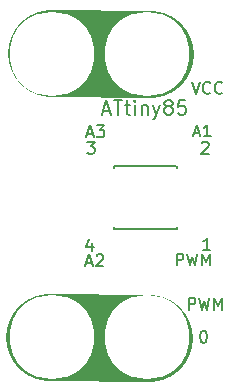
<source format=gto>
%TF.GenerationSoftware,KiCad,Pcbnew,4.0.5-e0-6337~49~ubuntu16.04.1*%
%TF.CreationDate,2017-05-28T07:05:38-07:00*%
%TF.ProjectId,3x4-ATtiny85-8SOIC-Breakout,3378342D415474696E7938352D38534F,v1.1*%
%TF.FileFunction,Legend,Top*%
%FSLAX46Y46*%
G04 Gerber Fmt 4.6, Leading zero omitted, Abs format (unit mm)*
G04 Created by KiCad (PCBNEW 4.0.5-e0-6337~49~ubuntu16.04.1) date Sun May 28 07:05:38 2017*
%MOMM*%
%LPD*%
G01*
G04 APERTURE LIST*
%ADD10C,0.350000*%
%ADD11C,0.406400*%
%ADD12C,0.150000*%
%ADD13C,7.400000*%
%ADD14C,0.200000*%
%ADD15C,1.000000*%
%ADD16C,7.152400*%
%ADD17R,1.702400X0.752400*%
G04 APERTURE END LIST*
D10*
D11*
X5183600Y-65144920D02*
X13433600Y-65144920D01*
D12*
X10390600Y-50636220D02*
X10390600Y-50781220D01*
X15750000Y-50636220D02*
X15750000Y-50781220D01*
X10407600Y-50631920D02*
X15707600Y-50631920D01*
X10433698Y-55957548D02*
X10433698Y-55812548D01*
X15793098Y-55957548D02*
X15793098Y-55812548D01*
X15776098Y-55961848D02*
X10476098Y-55961848D01*
D13*
X4929600Y-65144920D02*
X13362400Y-65195720D01*
X5056600Y-41078420D02*
X13489400Y-41129220D01*
D14*
X9492514Y-45939320D02*
X10063943Y-45939320D01*
X9378229Y-46282177D02*
X9778229Y-45082177D01*
X10178229Y-46282177D01*
X10406800Y-45082177D02*
X11092514Y-45082177D01*
X10749657Y-46282177D02*
X10749657Y-45082177D01*
X11321086Y-45482177D02*
X11778229Y-45482177D01*
X11492514Y-45082177D02*
X11492514Y-46110749D01*
X11549657Y-46225034D01*
X11663943Y-46282177D01*
X11778229Y-46282177D01*
X12178228Y-46282177D02*
X12178228Y-45482177D01*
X12178228Y-45082177D02*
X12121085Y-45139320D01*
X12178228Y-45196463D01*
X12235371Y-45139320D01*
X12178228Y-45082177D01*
X12178228Y-45196463D01*
X12749657Y-45482177D02*
X12749657Y-46282177D01*
X12749657Y-45596463D02*
X12806800Y-45539320D01*
X12921086Y-45482177D01*
X13092514Y-45482177D01*
X13206800Y-45539320D01*
X13263943Y-45653606D01*
X13263943Y-46282177D01*
X13721086Y-45482177D02*
X14006800Y-46282177D01*
X14292514Y-45482177D02*
X14006800Y-46282177D01*
X13892514Y-46567891D01*
X13835371Y-46625034D01*
X13721086Y-46682177D01*
X14921086Y-45596463D02*
X14806800Y-45539320D01*
X14749657Y-45482177D01*
X14692514Y-45367891D01*
X14692514Y-45310749D01*
X14749657Y-45196463D01*
X14806800Y-45139320D01*
X14921086Y-45082177D01*
X15149657Y-45082177D01*
X15263943Y-45139320D01*
X15321086Y-45196463D01*
X15378229Y-45310749D01*
X15378229Y-45367891D01*
X15321086Y-45482177D01*
X15263943Y-45539320D01*
X15149657Y-45596463D01*
X14921086Y-45596463D01*
X14806800Y-45653606D01*
X14749657Y-45710749D01*
X14692514Y-45825034D01*
X14692514Y-46053606D01*
X14749657Y-46167891D01*
X14806800Y-46225034D01*
X14921086Y-46282177D01*
X15149657Y-46282177D01*
X15263943Y-46225034D01*
X15321086Y-46167891D01*
X15378229Y-46053606D01*
X15378229Y-45825034D01*
X15321086Y-45710749D01*
X15263943Y-45653606D01*
X15149657Y-45596463D01*
X16463943Y-45082177D02*
X15892514Y-45082177D01*
X15835371Y-45653606D01*
X15892514Y-45596463D01*
X16006800Y-45539320D01*
X16292514Y-45539320D01*
X16406800Y-45596463D01*
X16463943Y-45653606D01*
X16521086Y-45767891D01*
X16521086Y-46053606D01*
X16463943Y-46167891D01*
X16406800Y-46225034D01*
X16292514Y-46282177D01*
X16006800Y-46282177D01*
X15892514Y-46225034D01*
X15835371Y-46167891D01*
D12*
X17851886Y-48690539D02*
X17899505Y-48642920D01*
X17994743Y-48595301D01*
X18232839Y-48595301D01*
X18328077Y-48642920D01*
X18375696Y-48690539D01*
X18423315Y-48785777D01*
X18423315Y-48881015D01*
X18375696Y-49023872D01*
X17804267Y-49595301D01*
X18423315Y-49595301D01*
X18550315Y-57723301D02*
X17978886Y-57723301D01*
X18264600Y-57723301D02*
X18264600Y-56723301D01*
X18169362Y-56866158D01*
X18074124Y-56961396D01*
X17978886Y-57009015D01*
X17962981Y-64597301D02*
X18058220Y-64597301D01*
X18153458Y-64644920D01*
X18201077Y-64692539D01*
X18248696Y-64787777D01*
X18296315Y-64978253D01*
X18296315Y-65216349D01*
X18248696Y-65406825D01*
X18201077Y-65502063D01*
X18153458Y-65549682D01*
X18058220Y-65597301D01*
X17962981Y-65597301D01*
X17867743Y-65549682D01*
X17820124Y-65502063D01*
X17772505Y-65406825D01*
X17724886Y-65216349D01*
X17724886Y-64978253D01*
X17772505Y-64787777D01*
X17820124Y-64692539D01*
X17867743Y-64644920D01*
X17962981Y-64597301D01*
X8485696Y-65914920D02*
X8390458Y-65867301D01*
X8247601Y-65867301D01*
X8104743Y-65914920D01*
X8009505Y-66010158D01*
X7961886Y-66105396D01*
X7914267Y-66295872D01*
X7914267Y-66438730D01*
X7961886Y-66629206D01*
X8009505Y-66724444D01*
X8104743Y-66819682D01*
X8247601Y-66867301D01*
X8342839Y-66867301D01*
X8485696Y-66819682D01*
X8533315Y-66772063D01*
X8533315Y-66438730D01*
X8342839Y-66438730D01*
X8961886Y-66867301D02*
X8961886Y-65867301D01*
X9533315Y-66867301D01*
X9533315Y-65867301D01*
X10009505Y-66867301D02*
X10009505Y-65867301D01*
X10247600Y-65867301D01*
X10390458Y-65914920D01*
X10485696Y-66010158D01*
X10533315Y-66105396D01*
X10580934Y-66295872D01*
X10580934Y-66438730D01*
X10533315Y-66629206D01*
X10485696Y-66724444D01*
X10390458Y-66819682D01*
X10247600Y-66867301D01*
X10009505Y-66867301D01*
X8152267Y-48595301D02*
X8771315Y-48595301D01*
X8437981Y-48976253D01*
X8580839Y-48976253D01*
X8676077Y-49023872D01*
X8723696Y-49071491D01*
X8771315Y-49166730D01*
X8771315Y-49404825D01*
X8723696Y-49500063D01*
X8676077Y-49547682D01*
X8580839Y-49595301D01*
X8295124Y-49595301D01*
X8199886Y-49547682D01*
X8152267Y-49500063D01*
X8549077Y-57183634D02*
X8549077Y-57850301D01*
X8310981Y-56802682D02*
X8072886Y-57516968D01*
X8691934Y-57516968D01*
X8088814Y-58834587D02*
X8565005Y-58834587D01*
X7993576Y-59120301D02*
X8326909Y-58120301D01*
X8660243Y-59120301D01*
X8945957Y-58215539D02*
X8993576Y-58167920D01*
X9088814Y-58120301D01*
X9326910Y-58120301D01*
X9422148Y-58167920D01*
X9469767Y-58215539D01*
X9517386Y-58310777D01*
X9517386Y-58406015D01*
X9469767Y-58548872D01*
X8898338Y-59120301D01*
X9517386Y-59120301D01*
X8152314Y-47912587D02*
X8628505Y-47912587D01*
X8057076Y-48198301D02*
X8390409Y-47198301D01*
X8723743Y-48198301D01*
X8961838Y-47198301D02*
X9580886Y-47198301D01*
X9247552Y-47579253D01*
X9390410Y-47579253D01*
X9485648Y-47626872D01*
X9533267Y-47674491D01*
X9580886Y-47769730D01*
X9580886Y-48007825D01*
X9533267Y-48103063D01*
X9485648Y-48150682D01*
X9390410Y-48198301D01*
X9104695Y-48198301D01*
X9009457Y-48150682D01*
X8961838Y-48103063D01*
X17169314Y-47849087D02*
X17645505Y-47849087D01*
X17074076Y-48134801D02*
X17407409Y-47134801D01*
X17740743Y-48134801D01*
X18597886Y-48134801D02*
X18026457Y-48134801D01*
X18312171Y-48134801D02*
X18312171Y-47134801D01*
X18216933Y-47277658D01*
X18121695Y-47372896D01*
X18026457Y-47420515D01*
X15716838Y-59056801D02*
X15716838Y-58056801D01*
X16097791Y-58056801D01*
X16193029Y-58104420D01*
X16240648Y-58152039D01*
X16288267Y-58247277D01*
X16288267Y-58390134D01*
X16240648Y-58485372D01*
X16193029Y-58532991D01*
X16097791Y-58580610D01*
X15716838Y-58580610D01*
X16621600Y-58056801D02*
X16859695Y-59056801D01*
X17050172Y-58342515D01*
X17240648Y-59056801D01*
X17478743Y-58056801D01*
X17859695Y-59056801D02*
X17859695Y-58056801D01*
X18193029Y-58771087D01*
X18526362Y-58056801D01*
X18526362Y-59056801D01*
X16732838Y-62803301D02*
X16732838Y-61803301D01*
X17113791Y-61803301D01*
X17209029Y-61850920D01*
X17256648Y-61898539D01*
X17304267Y-61993777D01*
X17304267Y-62136634D01*
X17256648Y-62231872D01*
X17209029Y-62279491D01*
X17113791Y-62327110D01*
X16732838Y-62327110D01*
X17637600Y-61803301D02*
X17875695Y-62803301D01*
X18066172Y-62089015D01*
X18256648Y-62803301D01*
X18494743Y-61803301D01*
X18875695Y-62803301D02*
X18875695Y-61803301D01*
X19209029Y-62517587D01*
X19542362Y-61803301D01*
X19542362Y-62803301D01*
X16994767Y-43515301D02*
X17328100Y-44515301D01*
X17661434Y-43515301D01*
X18566196Y-44420063D02*
X18518577Y-44467682D01*
X18375720Y-44515301D01*
X18280482Y-44515301D01*
X18137624Y-44467682D01*
X18042386Y-44372444D01*
X17994767Y-44277206D01*
X17947148Y-44086730D01*
X17947148Y-43943872D01*
X17994767Y-43753396D01*
X18042386Y-43658158D01*
X18137624Y-43562920D01*
X18280482Y-43515301D01*
X18375720Y-43515301D01*
X18518577Y-43562920D01*
X18566196Y-43610539D01*
X19566196Y-44420063D02*
X19518577Y-44467682D01*
X19375720Y-44515301D01*
X19280482Y-44515301D01*
X19137624Y-44467682D01*
X19042386Y-44372444D01*
X18994767Y-44277206D01*
X18947148Y-44086730D01*
X18947148Y-43943872D01*
X18994767Y-43753396D01*
X19042386Y-43658158D01*
X19137624Y-43562920D01*
X19280482Y-43515301D01*
X19375720Y-43515301D01*
X19518577Y-43562920D01*
X19566196Y-43610539D01*
%LPC*%
D15*
X21249100Y-44129121D02*
G75*
G03X18264600Y-41268920I0J2987201D01*
G01*
X21185600Y-52128095D02*
G75*
G03X21122100Y-46158420I0J2985175D01*
G01*
X21185600Y-60128420D02*
G75*
G03X21122100Y-54158745I0J2985175D01*
G01*
X18731212Y-66844111D02*
G75*
G03X21122100Y-62160420I2454388J1699191D01*
G01*
X5183600Y-54158745D02*
G75*
G03X5247100Y-60128420I0J-2985175D01*
G01*
X5183600Y-46158420D02*
G75*
G03X5247100Y-52128095I0J-2985175D01*
G01*
D16*
X5183600Y-65144920D03*
X13183600Y-65144920D03*
X5183600Y-41144920D03*
X13183600Y-41144920D03*
D17*
X9507600Y-51301920D03*
X9507600Y-52571920D03*
X9507600Y-53841920D03*
X9507600Y-55111920D03*
X16607600Y-55111920D03*
X16607600Y-53841920D03*
X16607600Y-52571920D03*
X16607600Y-51301920D03*
M02*

</source>
